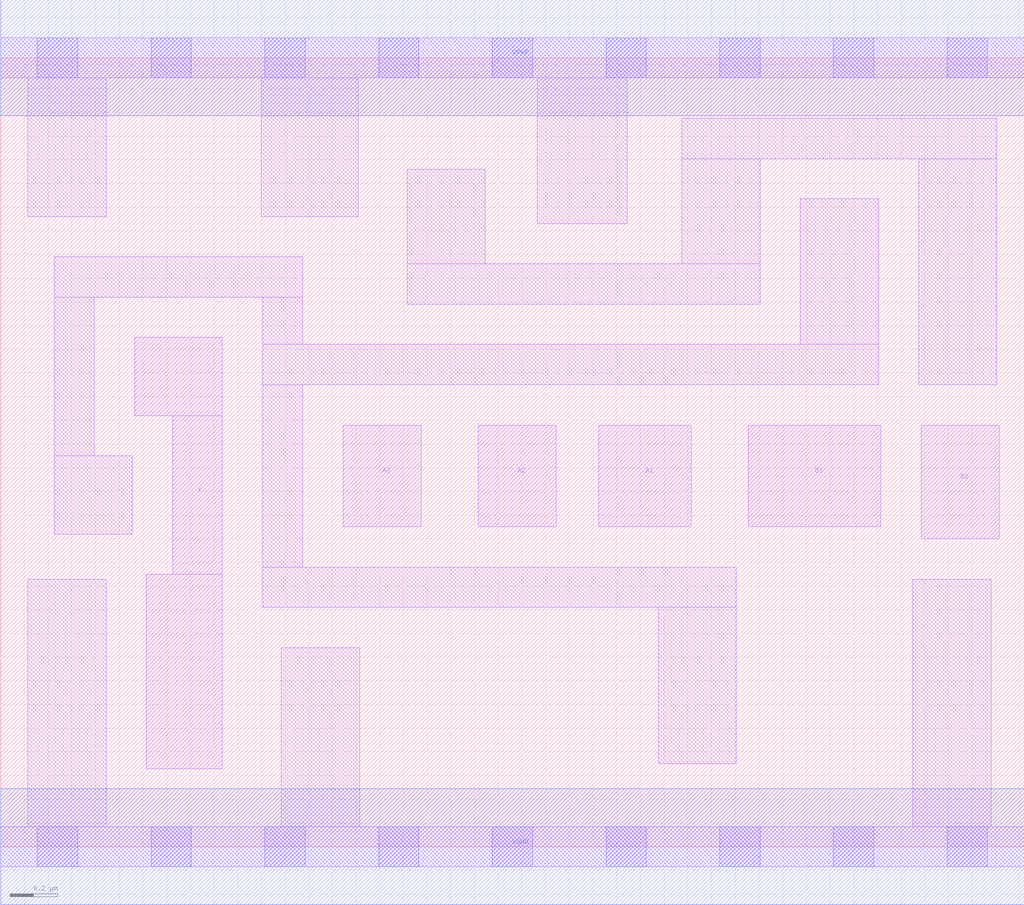
<source format=lef>
# Copyright 2020 The SkyWater PDK Authors
#
# Licensed under the Apache License, Version 2.0 (the "License");
# you may not use this file except in compliance with the License.
# You may obtain a copy of the License at
#
#     https://www.apache.org/licenses/LICENSE-2.0
#
# Unless required by applicable law or agreed to in writing, software
# distributed under the License is distributed on an "AS IS" BASIS,
# WITHOUT WARRANTIES OR CONDITIONS OF ANY KIND, either express or implied.
# See the License for the specific language governing permissions and
# limitations under the License.
#
# SPDX-License-Identifier: Apache-2.0

VERSION 5.7 ;
  NAMESCASESENSITIVE ON ;
  NOWIREEXTENSIONATPIN ON ;
  DIVIDERCHAR "/" ;
  BUSBITCHARS "[]" ;
UNITS
  DATABASE MICRONS 200 ;
END UNITS
MACRO sky130_fd_sc_hs__a32o_2
  CLASS CORE ;
  SOURCE USER ;
  FOREIGN sky130_fd_sc_hs__a32o_2 ;
  ORIGIN  0.000000  0.000000 ;
  SIZE  4.320000 BY  3.330000 ;
  SYMMETRY X Y ;
  SITE unit ;
  PIN A1
    ANTENNAGATEAREA  0.261000 ;
    DIRECTION INPUT ;
    USE SIGNAL ;
    PORT
      LAYER li1 ;
        RECT 2.525000 1.350000 2.915000 1.780000 ;
    END
  END A1
  PIN A2
    ANTENNAGATEAREA  0.261000 ;
    DIRECTION INPUT ;
    USE SIGNAL ;
    PORT
      LAYER li1 ;
        RECT 2.015000 1.350000 2.345000 1.780000 ;
    END
  END A2
  PIN A3
    ANTENNAGATEAREA  0.261000 ;
    DIRECTION INPUT ;
    USE SIGNAL ;
    PORT
      LAYER li1 ;
        RECT 1.445000 1.350000 1.775000 1.780000 ;
    END
  END A3
  PIN B1
    ANTENNAGATEAREA  0.261000 ;
    DIRECTION INPUT ;
    USE SIGNAL ;
    PORT
      LAYER li1 ;
        RECT 3.155000 1.350000 3.715000 1.780000 ;
    END
  END B1
  PIN B2
    ANTENNAGATEAREA  0.261000 ;
    DIRECTION INPUT ;
    USE SIGNAL ;
    PORT
      LAYER li1 ;
        RECT 3.885000 1.300000 4.215000 1.780000 ;
    END
  END B2
  PIN X
    ANTENNADIFFAREA  0.550600 ;
    DIRECTION OUTPUT ;
    USE SIGNAL ;
    PORT
      LAYER li1 ;
        RECT 0.565000 1.820000 0.935000 2.150000 ;
        RECT 0.615000 0.330000 0.935000 1.150000 ;
        RECT 0.725000 1.150000 0.935000 1.820000 ;
    END
  END X
  PIN VGND
    DIRECTION INOUT ;
    USE GROUND ;
    PORT
      LAYER met1 ;
        RECT 0.000000 -0.245000 4.320000 0.245000 ;
    END
  END VGND
  PIN VPWR
    DIRECTION INOUT ;
    USE POWER ;
    PORT
      LAYER met1 ;
        RECT 0.000000 3.085000 4.320000 3.575000 ;
    END
  END VPWR
  OBS
    LAYER li1 ;
      RECT 0.000000 -0.085000 4.320000 0.085000 ;
      RECT 0.000000  3.245000 4.320000 3.415000 ;
      RECT 0.115000  0.085000 0.445000 1.130000 ;
      RECT 0.115000  2.660000 0.445000 3.245000 ;
      RECT 0.225000  1.320000 0.555000 1.650000 ;
      RECT 0.225000  1.650000 0.395000 2.320000 ;
      RECT 0.225000  2.320000 1.275000 2.490000 ;
      RECT 1.100000  2.660000 1.510000 3.245000 ;
      RECT 1.105000  1.010000 3.105000 1.180000 ;
      RECT 1.105000  1.180000 1.275000 1.950000 ;
      RECT 1.105000  1.950000 3.705000 2.120000 ;
      RECT 1.105000  2.120000 1.275000 2.320000 ;
      RECT 1.185000  0.085000 1.515000 0.840000 ;
      RECT 1.715000  2.290000 3.205000 2.460000 ;
      RECT 1.715000  2.460000 2.045000 2.860000 ;
      RECT 2.265000  2.630000 2.645000 3.245000 ;
      RECT 2.775000  0.350000 3.105000 1.010000 ;
      RECT 2.875000  2.460000 3.205000 2.905000 ;
      RECT 2.875000  2.905000 4.205000 3.075000 ;
      RECT 3.375000  2.120000 3.705000 2.735000 ;
      RECT 3.850000  0.085000 4.180000 1.130000 ;
      RECT 3.875000  1.950000 4.205000 2.905000 ;
    LAYER mcon ;
      RECT 0.155000 -0.085000 0.325000 0.085000 ;
      RECT 0.155000  3.245000 0.325000 3.415000 ;
      RECT 0.635000 -0.085000 0.805000 0.085000 ;
      RECT 0.635000  3.245000 0.805000 3.415000 ;
      RECT 1.115000 -0.085000 1.285000 0.085000 ;
      RECT 1.115000  3.245000 1.285000 3.415000 ;
      RECT 1.595000 -0.085000 1.765000 0.085000 ;
      RECT 1.595000  3.245000 1.765000 3.415000 ;
      RECT 2.075000 -0.085000 2.245000 0.085000 ;
      RECT 2.075000  3.245000 2.245000 3.415000 ;
      RECT 2.555000 -0.085000 2.725000 0.085000 ;
      RECT 2.555000  3.245000 2.725000 3.415000 ;
      RECT 3.035000 -0.085000 3.205000 0.085000 ;
      RECT 3.035000  3.245000 3.205000 3.415000 ;
      RECT 3.515000 -0.085000 3.685000 0.085000 ;
      RECT 3.515000  3.245000 3.685000 3.415000 ;
      RECT 3.995000 -0.085000 4.165000 0.085000 ;
      RECT 3.995000  3.245000 4.165000 3.415000 ;
  END
END sky130_fd_sc_hs__a32o_2
END LIBRARY

</source>
